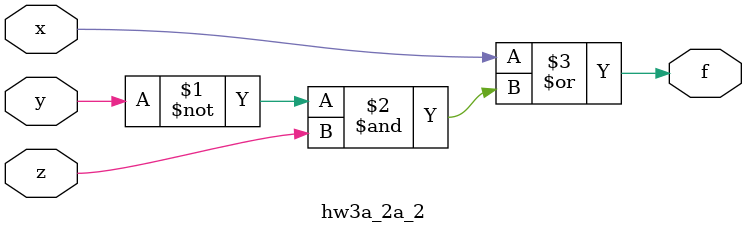
<source format=v>
`timescale 1ns / 1ps

module hw3a_2a_2(f,x,y,z);
    input x,y,z;
    output f;
     assign f = x | (~y) & z;
endmodule

</source>
